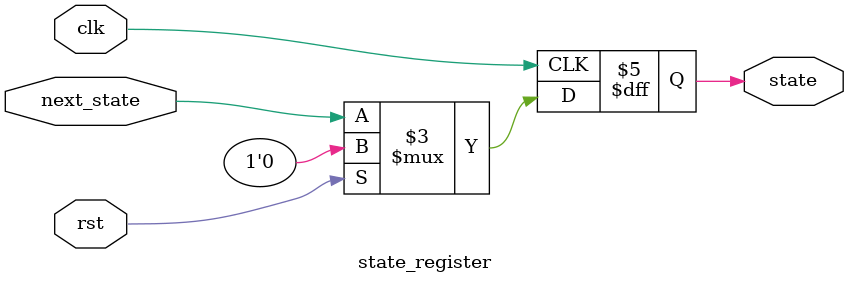
<source format=sv>
module shadow_reg_fsm #(parameter DW=4) (
    input clk, rst, trigger,
    input [DW-1:0] data_in,
    output [DW-1:0] data_out
);
    // Internal signals
    wire next_state;
    wire shadow_wr_en;
    wire data_out_wr_en;
    wire [DW-1:0] shadow_data;
    wire state;

    // Buffer for high fanout signals
    wire clk_buf, rst_buf;

    // Buffering clk and rst signals
    assign clk_buf = clk; // Add a buffer here if needed
    assign rst_buf = rst; // Add a buffer here if needed

    // 状态控制子模块
    fsm_controller #(
        .DW(DW)
    ) u_fsm_controller (
        .clk(clk_buf),
        .rst(rst_buf),
        .trigger(trigger),
        .state(state),
        .next_state(next_state),
        .shadow_wr_en(shadow_wr_en),
        .data_out_wr_en(data_out_wr_en)
    );

    // 数据路径子模块
    data_path #(
        .DW(DW)
    ) u_data_path (
        .clk(clk_buf),
        .rst(rst_buf),
        .data_in(data_in),
        .shadow_wr_en(shadow_wr_en),
        .data_out_wr_en(data_out_wr_en),
        .shadow_data(shadow_data),
        .data_out(data_out)
    );

    // 状态寄存器子模块
    state_register u_state_register (
        .clk(clk_buf),
        .rst(rst_buf),
        .next_state(next_state),
        .state(state)
    );
endmodule

module fsm_controller #(parameter DW=4) (
    input clk, rst, trigger,
    input state,
    output reg next_state,
    output reg shadow_wr_en,
    output reg data_out_wr_en
);
    // 根据当前状态和输入产生控制信号
    always @(*) begin
        // 默认值
        next_state = state;
        shadow_wr_en = 1'b0;
        data_out_wr_en = 1'b0;
        
        case(state)
            1'b0: begin
                if(trigger) begin
                    shadow_wr_en = 1'b1;
                    next_state = 1'b1;
                end
            end
            1'b1: begin
                data_out_wr_en = 1'b1;
                next_state = 1'b0;
            end
        endcase
    end
endmodule

module data_path #(parameter DW=4) (
    input clk, rst,
    input [DW-1:0] data_in,
    input shadow_wr_en, data_out_wr_en,
    output reg [DW-1:0] shadow_data,
    output reg [DW-1:0] data_out
);
    // 数据路径逻辑：管理shadow寄存器和data_out寄存器
    
    // Shadow 寄存器
    always @(posedge clk) begin
        if(rst) begin
            shadow_data <= {DW{1'b0}};
        end else if(shadow_wr_en) begin
            shadow_data <= data_in;
        end
    end
    
    // Data out 寄存器
    always @(posedge clk) begin
        if(rst) begin
            data_out <= {DW{1'b0}};
        end else if(data_out_wr_en) begin
            data_out <= shadow_data;
        end
    end
endmodule

module state_register (
    input clk, rst,
    input next_state,
    output reg state
);
    // 状态寄存器
    always @(posedge clk) begin
        if(rst) begin
            state <= 1'b0;
        end else begin
            state <= next_state;
        end
    end
endmodule
</source>
